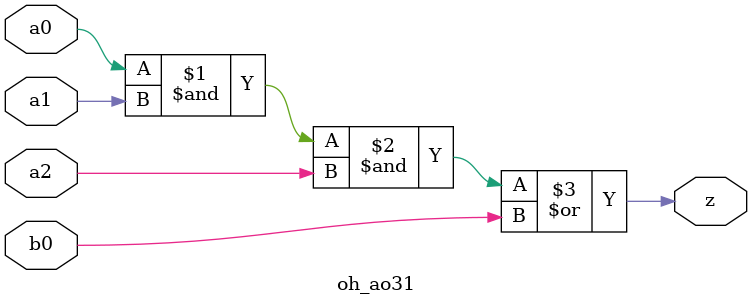
<source format=v>
module oh_ao31(	// file.cleaned.mlir:2:3
  input  a0,	// file.cleaned.mlir:2:25
         a1,	// file.cleaned.mlir:2:38
         a2,	// file.cleaned.mlir:2:51
         b0,	// file.cleaned.mlir:2:64
  output z	// file.cleaned.mlir:2:78
);

  assign z = a0 & a1 & a2 | b0;	// file.cleaned.mlir:3:10, :4:10, :5:5
endmodule


</source>
